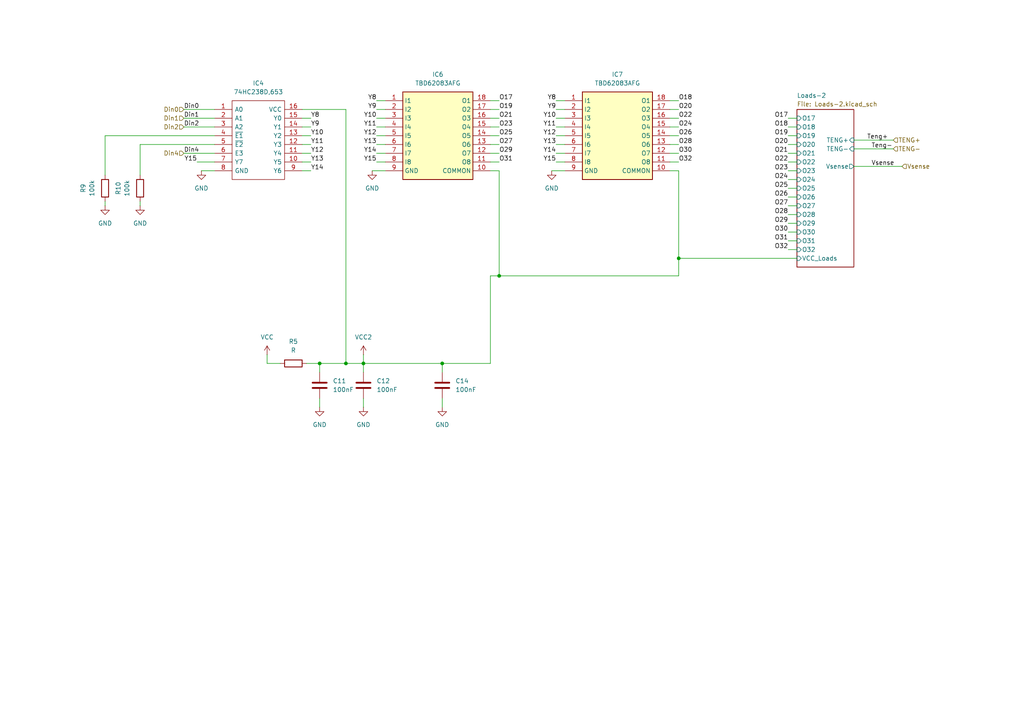
<source format=kicad_sch>
(kicad_sch (version 20231120) (generator "eeschema") (generator_version "8.0")
  (paper "A4")
  (lib_symbols
    (symbol "4xxx_IEEE:74HC238D,653" (pin_names (offset 0.762))
      (property "Reference" "IC" (at 21.59 7.62 0))
      (property "Value" "74HC238D,653" (at 21.59 5.08 0))
      (symbol "74HC238D,653_0_0"
        (pin passive line (at 0 0 0) (length 5.08) (name "A0") (number "1"))
        (pin passive line (at 25.4 -15.24 180) (length 5.08) (name "Y5") (number "10"))
        (pin passive line (at 25.4 -12.7 180) (length 5.08) (name "Y4") (number "11"))
        (pin passive line (at 25.4 -10.16 180) (length 5.08) (name "Y3") (number "12"))
        (pin passive line (at 25.4 -7.62 180) (length 5.08) (name "Y2") (number "13"))
        (pin passive line (at 25.4 -5.08 180) (length 5.08) (name "Y1") (number "14"))
        (pin passive line (at 25.4 -2.54 180) (length 5.08) (name "Y0") (number "15"))
        (pin passive line (at 25.4 0 180) (length 5.08) (name "VCC") (number "16"))
        (pin passive line (at 0 -2.54 0) (length 5.08) (name "A1") (number "2"))
        (pin passive line (at 0 -5.08 0) (length 5.08) (name "A2") (number "3"))
        (pin passive line (at 0 -7.62 0) (length 5.08) (name "~{E1}") (number "4"))
        (pin passive line (at 0 -10.16 0) (length 5.08) (name "~{E2}") (number "5"))
        (pin passive line (at 0 -12.7 0) (length 5.08) (name "E3") (number "6"))
        (pin passive line (at 0 -15.24 0) (length 5.08) (name "Y7") (number "7"))
        (pin passive line (at 0 -17.78 0) (length 5.08) (name "GND") (number "8"))
        (pin passive line (at 25.4 -17.78 180) (length 5.08) (name "Y6") (number "9"))
      )
      (symbol "74HC238D,653_0_1"
        (polyline (pts (xy 5.08 2.54) (xy 20.32 2.54) (xy 20.32 -20.32) (xy 5.08 -20.32) (xy 5.08 2.54)) (stroke (width 0.1524)))
      )
    )
    (symbol "Device:C" (pin_numbers hide) (pin_names (offset 0.254))
      (property "Reference" "C" (at 0.635 2.54 0))
      (property "Value" "C" (at 0.635 -2.54 0))
      (symbol "C_0_1"
        (polyline (pts (xy -2.032 -0.762) (xy 2.032 -0.762)) (stroke (width 0.508)))
        (polyline (pts (xy -2.032 0.762) (xy 2.032 0.762)) (stroke (width 0.508)))
      )
      (symbol "C_1_1"
        (pin passive line (at 0 3.81 270) (length 2.794) (name "~") (number "1"))
        (pin passive line (at 0 -3.81 90) (length 2.794) (name "~") (number "2"))
      )
    )
    (symbol "Device:R" (pin_numbers hide) (pin_names (offset 0))
      (property "Reference" "R" (at 2.032 0 90))
      (property "Value" "R" (at 0 0 90))
      (symbol "R_0_1"
        (rectangle (start -1.016 -2.54) (end 1.016 2.54) (stroke (width 0.254)))
      )
      (symbol "R_1_1"
        (pin passive line (at 0 3.81 270) (length 1.27) (name "~") (number "1"))
        (pin passive line (at 0 -3.81 90) (length 1.27) (name "~") (number "2"))
      )
    )
    (symbol "SamacSys_Parts:TD62083AFGNEL"
      (property "Reference" "IC" (at 26.67 7.62 0))
      (property "Value" "TD62083AFGNEL" (at 26.67 5.08 0))
      (symbol "TD62083AFGNEL_1_1"
        (rectangle (start 5.08 2.54) (end 25.4 -22.86) (stroke (width 0.254)) (fill (type background)))
        (pin passive line (at 0 0 0) (length 5.08) (name "I1") (number "1"))
        (pin passive line (at 30.48 -20.32 180) (length 5.08) (name "COMMON") (number "10"))
        (pin passive line (at 30.48 -17.78 180) (length 5.08) (name "O8") (number "11"))
        (pin passive line (at 30.48 -15.24 180) (length 5.08) (name "O7") (number "12"))
        (pin passive line (at 30.48 -12.7 180) (length 5.08) (name "O6") (number "13"))
        (pin passive line (at 30.48 -10.16 180) (length 5.08) (name "O5") (number "14"))
        (pin passive line (at 30.48 -7.62 180) (length 5.08) (name "O4") (number "15"))
        (pin passive line (at 30.48 -5.08 180) (length 5.08) (name "O3") (number "16"))
        (pin passive line (at 30.48 -2.54 180) (length 5.08) (name "O2") (number "17"))
        (pin passive line (at 30.48 0 180) (length 5.08) (name "O1") (number "18"))
        (pin passive line (at 0 -2.54 0) (length 5.08) (name "I2") (number "2"))
        (pin passive line (at 0 -5.08 0) (length 5.08) (name "I3") (number "3"))
        (pin passive line (at 0 -7.62 0) (length 5.08) (name "I4") (number "4"))
        (pin passive line (at 0 -10.16 0) (length 5.08) (name "I5") (number "5"))
        (pin passive line (at 0 -12.7 0) (length 5.08) (name "I6") (number "6"))
        (pin passive line (at 0 -15.24 0) (length 5.08) (name "I7") (number "7"))
        (pin passive line (at 0 -17.78 0) (length 5.08) (name "I8") (number "8"))
        (pin passive line (at 0 -20.32 0) (length 5.08) (name "GND") (number "9"))
      )
    )
    (symbol "power:GND" (power) (pin_numbers hide) (pin_names (offset 0) hide)
      (property "Value" "GND" (at 0 -3.81 0))
      (symbol "GND_0_1"
        (polyline (pts (xy 0 0) (xy 0 -1.27) (xy 1.27 -1.27) (xy 0 -2.54) (xy -1.27 -1.27) (xy 0 -1.27)))
      )
      (symbol "GND_1_1"
        (pin power_in line (at 0 0 270) (length 0) (name "~") (number "1"))
      )
    )
    (symbol "power:VCC" (power) (pin_numbers hide) (pin_names (offset 0) hide)
      (property "Value" "VCC" (at 0 3.556 0))
      (symbol "VCC_0_1"
        (polyline (pts (xy -0.762 1.27) (xy 0 2.54)))
        (polyline (pts (xy 0 0) (xy 0 2.54)))
        (polyline (pts (xy 0 2.54) (xy 0.762 1.27)))
      )
      (symbol "VCC_1_1"
        (pin power_in line (at 0 0 90) (length 0) (name "~") (number "1"))
      )
    )
  )
  (junction (at 105.41 105.41))
  (junction (at 100.33 105.41))
  (junction (at 128.27 105.41))
  (junction (at 144.78 80.01))
  (junction (at 92.71 105.41))
  (junction (at 196.85 74.93))
  (wire (pts (xy 100.33 105.41) (xy 105.41 105.41)))
  (wire (pts (xy 90.17 34.29) (xy 87.63 34.29)))
  (wire (pts (xy 161.29 44.45) (xy 163.83 44.45)))
  (wire (pts (xy 228.6 36.83) (xy 231.14 36.83)))
  (wire (pts (xy 90.17 46.99) (xy 87.63 46.99)))
  (wire (pts (xy 62.23 41.91) (xy 40.64 41.91)))
  (wire (pts (xy 109.22 46.99) (xy 111.76 46.99)))
  (wire (pts (xy 228.6 39.37) (xy 231.14 39.37)))
  (wire (pts (xy 30.48 59.69) (xy 30.48 58.42)))
  (wire (pts (xy 77.47 105.41) (xy 81.28 105.41)))
  (wire (pts (xy 92.71 105.41) (xy 92.71 107.95)))
  (wire (pts (xy 196.85 46.99) (xy 194.31 46.99)))
  (wire (pts (xy 40.64 59.69) (xy 40.64 58.42)))
  (wire (pts (xy 105.41 105.41) (xy 105.41 107.95)))
  (wire (pts (xy 196.85 31.75) (xy 194.31 31.75)))
  (wire (pts (xy 144.78 36.83) (xy 142.24 36.83)))
  (wire (pts (xy 228.6 67.31) (xy 231.14 67.31)))
  (wire (pts (xy 105.41 105.41) (xy 128.27 105.41)))
  (wire (pts (xy 90.17 39.37) (xy 87.63 39.37)))
  (wire (pts (xy 228.6 46.99) (xy 231.14 46.99)))
  (wire (pts (xy 161.29 39.37) (xy 163.83 39.37)))
  (wire (pts (xy 196.85 36.83) (xy 194.31 36.83)))
  (wire (pts (xy 196.85 80.01) (xy 196.85 74.93)))
  (wire (pts (xy 228.6 69.85) (xy 231.14 69.85)))
  (wire (pts (xy 194.31 49.53) (xy 196.85 49.53)))
  (wire (pts (xy 109.22 41.91) (xy 111.76 41.91)))
  (wire (pts (xy 161.29 31.75) (xy 163.83 31.75)))
  (wire (pts (xy 105.41 102.87) (xy 105.41 105.41)))
  (wire (pts (xy 144.78 39.37) (xy 142.24 39.37)))
  (wire (pts (xy 196.85 44.45) (xy 194.31 44.45)))
  (wire (pts (xy 228.6 57.15) (xy 231.14 57.15)))
  (wire (pts (xy 90.17 49.53) (xy 87.63 49.53)))
  (wire (pts (xy 53.34 36.83) (xy 62.23 36.83)))
  (wire (pts (xy 196.85 74.93) (xy 196.85 49.53)))
  (wire (pts (xy 105.41 118.11) (xy 105.41 115.57)))
  (wire (pts (xy 259.08 43.18) (xy 247.65 43.18)))
  (wire (pts (xy 196.85 29.21) (xy 194.31 29.21)))
  (wire (pts (xy 90.17 41.91) (xy 87.63 41.91)))
  (wire (pts (xy 161.29 36.83) (xy 163.83 36.83)))
  (wire (pts (xy 88.9 105.41) (xy 92.71 105.41)))
  (wire (pts (xy 30.48 39.37) (xy 30.48 50.8)))
  (wire (pts (xy 228.6 34.29) (xy 231.14 34.29)))
  (wire (pts (xy 100.33 31.75) (xy 100.33 105.41)))
  (wire (pts (xy 196.85 39.37) (xy 194.31 39.37)))
  (wire (pts (xy 128.27 105.41) (xy 142.24 105.41)))
  (wire (pts (xy 228.6 62.23) (xy 231.14 62.23)))
  (wire (pts (xy 90.17 44.45) (xy 87.63 44.45)))
  (wire (pts (xy 57.15 46.99) (xy 62.23 46.99)))
  (wire (pts (xy 161.29 46.99) (xy 163.83 46.99)))
  (wire (pts (xy 228.6 49.53) (xy 231.14 49.53)))
  (wire (pts (xy 144.78 44.45) (xy 142.24 44.45)))
  (wire (pts (xy 109.22 31.75) (xy 111.76 31.75)))
  (wire (pts (xy 228.6 54.61) (xy 231.14 54.61)))
  (wire (pts (xy 196.85 41.91) (xy 194.31 41.91)))
  (wire (pts (xy 109.22 39.37) (xy 111.76 39.37)))
  (wire (pts (xy 92.71 118.11) (xy 92.71 115.57)))
  (wire (pts (xy 144.78 46.99) (xy 142.24 46.99)))
  (wire (pts (xy 196.85 74.93) (xy 231.14 74.93)))
  (wire (pts (xy 128.27 105.41) (xy 128.27 107.95)))
  (wire (pts (xy 144.78 41.91) (xy 142.24 41.91)))
  (wire (pts (xy 228.6 59.69) (xy 231.14 59.69)))
  (wire (pts (xy 228.6 72.39) (xy 231.14 72.39)))
  (wire (pts (xy 53.34 44.45) (xy 62.23 44.45)))
  (wire (pts (xy 40.64 41.91) (xy 40.64 50.8)))
  (wire (pts (xy 228.6 52.07) (xy 231.14 52.07)))
  (wire (pts (xy 163.83 49.53) (xy 160.02 49.53)))
  (wire (pts (xy 144.78 29.21) (xy 142.24 29.21)))
  (wire (pts (xy 228.6 41.91) (xy 231.14 41.91)))
  (wire (pts (xy 142.24 49.53) (xy 144.78 49.53)))
  (wire (pts (xy 128.27 118.11) (xy 128.27 115.57)))
  (wire (pts (xy 53.34 31.75) (xy 62.23 31.75)))
  (wire (pts (xy 228.6 64.77) (xy 231.14 64.77)))
  (wire (pts (xy 87.63 31.75) (xy 100.33 31.75)))
  (wire (pts (xy 144.78 34.29) (xy 142.24 34.29)))
  (wire (pts (xy 77.47 102.87) (xy 77.47 105.41)))
  (wire (pts (xy 161.29 34.29) (xy 163.83 34.29)))
  (wire (pts (xy 111.76 49.53) (xy 107.95 49.53)))
  (wire (pts (xy 142.24 80.01) (xy 144.78 80.01)))
  (wire (pts (xy 144.78 80.01) (xy 196.85 80.01)))
  (wire (pts (xy 196.85 34.29) (xy 194.31 34.29)))
  (wire (pts (xy 109.22 44.45) (xy 111.76 44.45)))
  (wire (pts (xy 90.17 36.83) (xy 87.63 36.83)))
  (wire (pts (xy 144.78 31.75) (xy 142.24 31.75)))
  (wire (pts (xy 109.22 34.29) (xy 111.76 34.29)))
  (wire (pts (xy 92.71 105.41) (xy 100.33 105.41)))
  (wire (pts (xy 53.34 34.29) (xy 62.23 34.29)))
  (wire (pts (xy 247.65 48.26) (xy 261.62 48.26)))
  (wire (pts (xy 142.24 105.41) (xy 142.24 80.01)))
  (wire (pts (xy 144.78 49.53) (xy 144.78 80.01)))
  (wire (pts (xy 62.23 49.53) (xy 58.42 49.53)))
  (wire (pts (xy 109.22 29.21) (xy 111.76 29.21)))
  (wire (pts (xy 161.29 41.91) (xy 163.83 41.91)))
  (wire (pts (xy 161.29 29.21) (xy 163.83 29.21)))
  (wire (pts (xy 228.6 44.45) (xy 231.14 44.45)))
  (wire (pts (xy 247.65 40.64) (xy 259.08 40.64)))
  (wire (pts (xy 62.23 39.37) (xy 30.48 39.37)))
  (wire (pts (xy 109.22 36.83) (xy 111.76 36.83)))
  (label "Y11" (at 161.29 36.83 180))
  (label "O30" (at 196.85 44.45 0))
  (label "O21" (at 144.78 34.29 0))
  (label "Y10" (at 109.22 34.29 180))
  (label "O23" (at 228.6 49.53 180))
  (label "O21" (at 228.6 44.45 180))
  (label "O29" (at 144.78 44.45 0))
  (label "O28" (at 196.85 41.91 0))
  (label "Y14" (at 161.29 44.45 180))
  (label "O27" (at 144.78 41.91 0))
  (label "Din4" (at 53.34 44.45 0))
  (label "O27" (at 228.6 59.69 180))
  (label "Y14" (at 90.17 49.53 0))
  (label "O19" (at 228.6 39.37 180))
  (label "O28" (at 228.6 62.23 180))
  (label "Y8" (at 109.22 29.21 180))
  (label "Teng+" (at 251.46 40.64 0))
  (label "O31" (at 228.6 69.85 180))
  (label "Y11" (at 90.17 41.91 0))
  (label "O23" (at 144.78 36.83 0))
  (label "O17" (at 228.6 34.29 180))
  (label "Y13" (at 161.29 41.91 180))
  (label "O22" (at 196.85 34.29 0))
  (label "Din2" (at 53.34 36.83 0))
  (label "O22" (at 228.6 46.99 180))
  (label "O29" (at 228.6 64.77 180))
  (label "O31" (at 144.78 46.99 0))
  (label "Vsense" (at 252.73 48.26 0))
  (label "Y9" (at 109.22 31.75 180))
  (label "Teng-" (at 252.73 43.18 0))
  (label "Y8" (at 161.29 29.21 180))
  (label "Y15" (at 109.22 46.99 180))
  (label "O20" (at 196.85 31.75 0))
  (label "O19" (at 144.78 31.75 0))
  (label "Y10" (at 161.29 34.29 180))
  (label "Y12" (at 161.29 39.37 180))
  (label "Y11" (at 109.22 36.83 180))
  (label "O32" (at 196.85 46.99 0))
  (label "Y9" (at 161.29 31.75 180))
  (label "O18" (at 196.85 29.21 0))
  (label "O20" (at 228.6 41.91 180))
  (label "Y9" (at 90.17 36.83 0))
  (label "O18" (at 228.6 36.83 180))
  (label "O26" (at 228.6 57.15 180))
  (label "O26" (at 196.85 39.37 0))
  (label "O32" (at 228.6 72.39 180))
  (label "Y12" (at 109.22 39.37 180))
  (label "Y12" (at 90.17 44.45 0))
  (label "O24" (at 228.6 52.07 180))
  (label "Y8" (at 90.17 34.29 0))
  (label "Din0" (at 53.34 31.75 0))
  (label "Y14" (at 109.22 44.45 180))
  (label "Y15" (at 161.29 46.99 180))
  (label "O25" (at 228.6 54.61 180))
  (label "Y13" (at 109.22 41.91 180))
  (label "O25" (at 144.78 39.37 0))
  (label "O24" (at 196.85 36.83 0))
  (label "O17" (at 144.78 29.21 0))
  (label "Din1" (at 53.34 34.29 0))
  (label "Y13" (at 90.17 46.99 0))
  (label "Y10" (at 90.17 39.37 0))
  (label "O30" (at 228.6 67.31 180))
  (label "Y15" (at 57.15 46.99 180))
  (hierarchical_label "Din4" (shape input) (at 53.34 44.45 180))
  (hierarchical_label "TENG-" (shape input) (at 259.08 43.18 0))
  (hierarchical_label "Din1" (shape input) (at 53.34 34.29 180))
  (hierarchical_label "Din0" (shape input) (at 53.34 31.75 180))
  (hierarchical_label "TENG+" (shape input) (at 259.08 40.64 0))
  (hierarchical_label "Din2" (shape input) (at 53.34 36.83 180))
  (hierarchical_label "Vsense" (shape input) (at 261.62 48.26 0))
  (symbol (lib_id "Device:R") (at 40.64 54.61 0) (mirror y) (unit 1)
    (property "Reference" "R10" (at 34.29 54.61 90))
    (property "Value" "100k" (at 36.83 54.61 90))
    (property "Footprint" "Resistor_SMD:R_0805_2012Metric" (effects (hide yes)))
    (property "Description" "Resistor" (effects (hide yes)))
  )
  (symbol (lib_id "power:GND") (at 40.64 59.69 0) (unit 1)
    (property "Reference" "#PWR07" (effects (hide yes)))
    (property "Value" "GND" (at 40.64 64.77 0))
    (property "Description" "Power symbol creates a global label with name \"GND\" , ground" (effects (hide yes)))
  )
  (symbol (lib_id "4xxx_IEEE:74HC238D,653") (at 62.23 31.75 0) (unit 1)
    (property "Reference" "IC4" (at 74.93 24.13 0))
    (property "Value" "74HC238D,653" (at 74.93 26.67 0))
    (property "Footprint" "Library:74HC238D653" (effects (hide yes)))
    (property "Datasheet" "https://assets.nexperia.com/documents/data-sheet/74HC_HCT238.pdf" (effects (hide yes)))
    (property "Description" "74HC(T)238 - 3-to-8 line decoder/demultiplexer@en-us" (effects (hide yes)))
    (property "Height" "1.75" (effects (hide yes)))
    (property "Manufacturer_Name" "Nexperia" (effects (hide yes)))
    (property "Manufacturer_Part_Number" "74HC238D,653" (effects (hide yes)))
    (property "Mouser Part Number" "771-74HC238D-T" (effects (hide yes)))
    (property "Mouser Price/Stock" "https://www.mouser.co.uk/ProductDetail/Nexperia/74HC238D653?qs=P62ublwmbi8dvjtlyD3gOA%3D%3D" (effects (hide yes)))
    (property "Arrow Part Number" "MC74VHC138DR2G" (effects (hide yes)))
    (property "Arrow Price/Stock" "https://www.arrow.com/en/products/mc74vhc138dr2g/on-semiconductor?region=nac" (effects (hide yes)))
    (property "Description_1" "74HC(T)238 - 3-to-8 line decoder/demultiplexer@en-us" (effects (hide yes)))
  )
  (symbol (lib_id "Device:C") (at 92.71 111.76 0) (unit 1)
    (property "Reference" "C11" (at 96.52 110.4899 0) (effects (justify left)))
    (property "Value" "100nF" (at 96.52 113.0299 0) (effects (justify left)))
    (property "Footprint" "Capacitor_SMD:C_0805_2012Metric" (effects (hide yes)))
    (property "Description" "Unpolarized capacitor" (effects (hide yes)))
  )
  (symbol (lib_id "SamacSys_Parts:TD62083AFGNEL") (at 163.83 29.21 0) (unit 1)
    (property "Reference" "IC7" (at 179.07 21.59 0))
    (property "Value" "TBD62083AFG" (at 179.07 24.13 0))
    (property "Footprint" "SamacSys_Parts:SOIC127P1030X245-18N" (effects (hide yes)))
    (property "Datasheet" "https://www.mouser.es/datasheet/2/408/TBD62083AFG_datasheet_en_20160511-769676.pdf" (effects (hide yes)))
    (property "Description" "Gate Drivers" (effects (hide yes)))
    (property "Height" "2.45" (effects (hide yes)))
    (property "Manufacturer_Name" "Toshiba" (effects (hide yes)))
    (property "Manufacturer_Part_Number" "TD62083AFGNEL" (effects (hide yes)))
    (property "Mouser Part Number" "N/A" (effects (hide yes)))
    (property "Mouser Price/Stock" "https://www.mouser.co.uk/ProductDetail/Toshiba/TD62083AFGNEL?qs=ZjcfeKH2FJO2XkKSOSlUdg%3D%3D" (effects (hide yes)))
  )
  (symbol (lib_id "Device:R") (at 85.09 105.41 270) (mirror x) (unit 1)
    (property "Reference" "R5" (at 85.09 99.06 90))
    (property "Value" "R" (at 85.09 101.6 90))
    (property "Footprint" "Resistor_SMD:R_0805_2012Metric" (effects (hide yes)))
    (property "Description" "Resistor" (effects (hide yes)))
  )
  (symbol (lib_id "power:GND") (at 160.02 49.53 0) (unit 1)
    (property "Reference" "#PWR051" (effects (hide yes)))
    (property "Value" "GND" (at 160.02 54.61 0))
    (property "Description" "Power symbol creates a global label with name \"GND\" , ground" (effects (hide yes)))
  )
  (symbol (lib_id "Device:C") (at 128.27 111.76 0) (unit 1)
    (property "Reference" "C14" (at 132.08 110.4899 0) (effects (justify left)))
    (property "Value" "100nF" (at 132.08 113.0299 0) (effects (justify left)))
    (property "Footprint" "Capacitor_SMD:C_0805_2012Metric" (effects (hide yes)))
    (property "Description" "Unpolarized capacitor" (effects (hide yes)))
  )
  (symbol (lib_id "power:VCC") (at 77.47 102.87 0) (unit 1)
    (property "Reference" "#PWR0106" (effects (hide yes)))
    (property "Value" "VCC" (at 77.47 97.79 0))
    (property "Description" "Power symbol creates a global label with name \"VCC\"" (effects (hide yes)))
  )
  (symbol (lib_id "power:GND") (at 92.71 118.11 0) (unit 1)
    (property "Reference" "#PWR092" (effects (hide yes)))
    (property "Value" "GND" (at 92.71 123.19 0))
    (property "Description" "Power symbol creates a global label with name \"GND\" , ground" (effects (hide yes)))
  )
  (symbol (lib_id "Device:C") (at 105.41 111.76 0) (unit 1)
    (property "Reference" "C12" (at 109.22 110.4899 0) (effects (justify left)))
    (property "Value" "100nF" (at 109.22 113.0299 0) (effects (justify left)))
    (property "Footprint" "Capacitor_SMD:C_0805_2012Metric" (effects (hide yes)))
    (property "Description" "Unpolarized capacitor" (effects (hide yes)))
  )
  (symbol (lib_id "SamacSys_Parts:TD62083AFGNEL") (at 111.76 29.21 0) (unit 1)
    (property "Reference" "IC6" (at 127 21.59 0))
    (property "Value" "TBD62083AFG" (at 127 24.13 0))
    (property "Footprint" "SamacSys_Parts:SOIC127P1030X245-18N" (effects (hide yes)))
    (property "Datasheet" "https://www.mouser.es/datasheet/2/408/TBD62083AFG_datasheet_en_20160511-769676.pdf" (effects (hide yes)))
    (property "Description" "Gate Drivers" (effects (hide yes)))
    (property "Height" "2.45" (effects (hide yes)))
    (property "Manufacturer_Name" "Toshiba" (effects (hide yes)))
    (property "Manufacturer_Part_Number" "TD62083AFGNEL" (effects (hide yes)))
    (property "Mouser Part Number" "N/A" (effects (hide yes)))
    (property "Mouser Price/Stock" "https://www.mouser.co.uk/ProductDetail/Toshiba/TD62083AFGNEL?qs=ZjcfeKH2FJO2XkKSOSlUdg%3D%3D" (effects (hide yes)))
  )
  (symbol (lib_id "power:GND") (at 105.41 118.11 0) (unit 1)
    (property "Reference" "#PWR050" (effects (hide yes)))
    (property "Value" "GND" (at 105.41 123.19 0))
    (property "Description" "Power symbol creates a global label with name \"GND\" , ground" (effects (hide yes)))
  )
  (symbol (lib_id "power:GND") (at 128.27 118.11 0) (unit 1)
    (property "Reference" "#PWR094" (effects (hide yes)))
    (property "Value" "GND" (at 128.27 123.19 0))
    (property "Description" "Power symbol creates a global label with name \"GND\" , ground" (effects (hide yes)))
  )
  (symbol (lib_id "power:GND") (at 58.42 49.53 0) (unit 1)
    (property "Reference" "#PWR045" (effects (hide yes)))
    (property "Value" "GND" (at 58.42 54.61 0))
    (property "Description" "Power symbol creates a global label with name \"GND\" , ground" (effects (hide yes)))
  )
  (symbol (lib_id "Device:R") (at 30.48 54.61 0) (mirror y) (unit 1)
    (property "Reference" "R9" (at 24.13 54.61 90))
    (property "Value" "100k" (at 26.67 54.61 90))
    (property "Footprint" "Resistor_SMD:R_0805_2012Metric" (effects (hide yes)))
    (property "Description" "Resistor" (effects (hide yes)))
  )
  (symbol (lib_id "power:VCC") (at 105.41 102.87 0) (unit 1)
    (property "Reference" "#PWR0107" (effects (hide yes)))
    (property "Value" "VCC2" (at 105.41 97.79 0))
    (property "Description" "Power symbol creates a global label with name \"VCC\"" (effects (hide yes)))
  )
  (symbol (lib_id "power:GND") (at 107.95 49.53 0) (unit 1)
    (property "Reference" "#PWR049" (effects (hide yes)))
    (property "Value" "GND" (at 107.95 54.61 0))
    (property "Description" "Power symbol creates a global label with name \"GND\" , ground" (effects (hide yes)))
  )
  (symbol (lib_id "power:GND") (at 30.48 59.69 0) (unit 1)
    (property "Reference" "#PWR06" (effects (hide yes)))
    (property "Value" "GND" (at 30.48 64.77 0))
    (property "Description" "Power symbol creates a global label with name \"GND\" , ground" (effects (hide yes)))
  )
  (sheet (at 231.14 31.75) (size 16.51 45.72) (stroke (width 0.1524))
    (property "Sheetname" "Loads-2" (at 231.14 28.448 0) (effects (justify left bottom)))
    (property "Sheetfile" "Loads-2.kicad_sch" (at 231.14 29.464 0) (effects (justify left top)))
    (pin "TENG-" input (at 247.65 43.18 0))
    (pin "Vsense" output (at 247.65 48.26 0))
    (pin "TENG+" input (at 247.65 40.64 0))
    (pin "O22" input (at 231.14 46.99 180))
    (pin "O21" input (at 231.14 44.45 180))
    (pin "O23" input (at 231.14 49.53 180))
    (pin "O24" input (at 231.14 52.07 180))
    (pin "O25" input (at 231.14 54.61 180))
    (pin "O26" input (at 231.14 57.15 180))
    (pin "O19" input (at 231.14 39.37 180))
    (pin "O20" input (at 231.14 41.91 180))
    (pin "O17" input (at 231.14 34.29 180))
    (pin "O18" input (at 231.14 36.83 180))
    (pin "O31" input (at 231.14 69.85 180))
    (pin "O32" input (at 231.14 72.39 180))
    (pin "O30" input (at 231.14 67.31 180))
    (pin "O27" input (at 231.14 59.69 180))
    (pin "O28" input (at 231.14 62.23 180))
    (pin "O29" input (at 231.14 64.77 180))
    (pin "VCC_Loads" input (at 231.14 74.93 180))
  )
)
</source>
